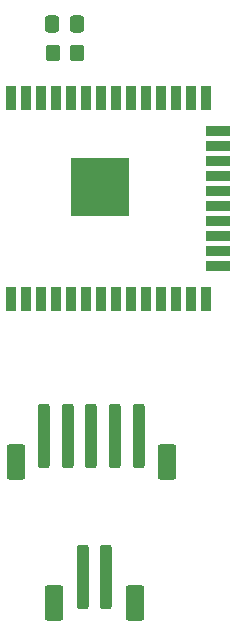
<source format=gbp>
G04 #@! TF.GenerationSoftware,KiCad,Pcbnew,(6.0.5)*
G04 #@! TF.CreationDate,2022-05-11T01:06:37+02:00*
G04 #@! TF.ProjectId,HighBong_V2,48696768-426f-46e6-975f-56322e6b6963,rev?*
G04 #@! TF.SameCoordinates,Original*
G04 #@! TF.FileFunction,Paste,Bot*
G04 #@! TF.FilePolarity,Positive*
%FSLAX46Y46*%
G04 Gerber Fmt 4.6, Leading zero omitted, Abs format (unit mm)*
G04 Created by KiCad (PCBNEW (6.0.5)) date 2022-05-11 01:06:37*
%MOMM*%
%LPD*%
G01*
G04 APERTURE LIST*
G04 Aperture macros list*
%AMRoundRect*
0 Rectangle with rounded corners*
0 $1 Rounding radius*
0 $2 $3 $4 $5 $6 $7 $8 $9 X,Y pos of 4 corners*
0 Add a 4 corners polygon primitive as box body*
4,1,4,$2,$3,$4,$5,$6,$7,$8,$9,$2,$3,0*
0 Add four circle primitives for the rounded corners*
1,1,$1+$1,$2,$3*
1,1,$1+$1,$4,$5*
1,1,$1+$1,$6,$7*
1,1,$1+$1,$8,$9*
0 Add four rect primitives between the rounded corners*
20,1,$1+$1,$2,$3,$4,$5,0*
20,1,$1+$1,$4,$5,$6,$7,0*
20,1,$1+$1,$6,$7,$8,$9,0*
20,1,$1+$1,$8,$9,$2,$3,0*%
G04 Aperture macros list end*
%ADD10RoundRect,0.250000X-0.250000X-2.500000X0.250000X-2.500000X0.250000X2.500000X-0.250000X2.500000X0*%
%ADD11RoundRect,0.250000X-0.550000X-1.250000X0.550000X-1.250000X0.550000X1.250000X-0.550000X1.250000X0*%
%ADD12RoundRect,0.250000X0.337500X0.475000X-0.337500X0.475000X-0.337500X-0.475000X0.337500X-0.475000X0*%
%ADD13RoundRect,0.250000X-0.350000X-0.450000X0.350000X-0.450000X0.350000X0.450000X-0.350000X0.450000X0*%
%ADD14R,0.900000X2.000000*%
%ADD15R,2.000000X0.900000*%
%ADD16R,5.000000X5.000000*%
G04 APERTURE END LIST*
D10*
X107760000Y-137422000D03*
X109760000Y-137422000D03*
X111760000Y-137422000D03*
X113760000Y-137422000D03*
X115760000Y-137422000D03*
D11*
X118160000Y-139672000D03*
X105360000Y-139672000D03*
D12*
X110511500Y-102565200D03*
X108436500Y-102565200D03*
D13*
X108499400Y-105003600D03*
X110499400Y-105003600D03*
D10*
X111014000Y-149360000D03*
X113014000Y-149360000D03*
D11*
X115414000Y-151610000D03*
X108614000Y-151610000D03*
D14*
X104945000Y-108848000D03*
X106215000Y-108848000D03*
X107485000Y-108848000D03*
X108755000Y-108848000D03*
X110025000Y-108848000D03*
X111295000Y-108848000D03*
X112565000Y-108848000D03*
X113835000Y-108848000D03*
X115105000Y-108848000D03*
X116375000Y-108848000D03*
X117645000Y-108848000D03*
X118915000Y-108848000D03*
X120185000Y-108848000D03*
X121455000Y-108848000D03*
D15*
X122455000Y-111633000D03*
X122455000Y-112903000D03*
X122455000Y-114173000D03*
X122455000Y-115443000D03*
X122455000Y-116713000D03*
X122455000Y-117983000D03*
X122455000Y-119253000D03*
X122455000Y-120523000D03*
X122455000Y-121793000D03*
X122455000Y-123063000D03*
D14*
X121455000Y-125848000D03*
X120185000Y-125848000D03*
X118915000Y-125848000D03*
X117645000Y-125848000D03*
X116375000Y-125848000D03*
X115105000Y-125848000D03*
X113835000Y-125848000D03*
X112565000Y-125848000D03*
X111295000Y-125848000D03*
X110025000Y-125848000D03*
X108755000Y-125848000D03*
X107485000Y-125848000D03*
X106215000Y-125848000D03*
X104945000Y-125848000D03*
D16*
X112445000Y-116348000D03*
M02*

</source>
